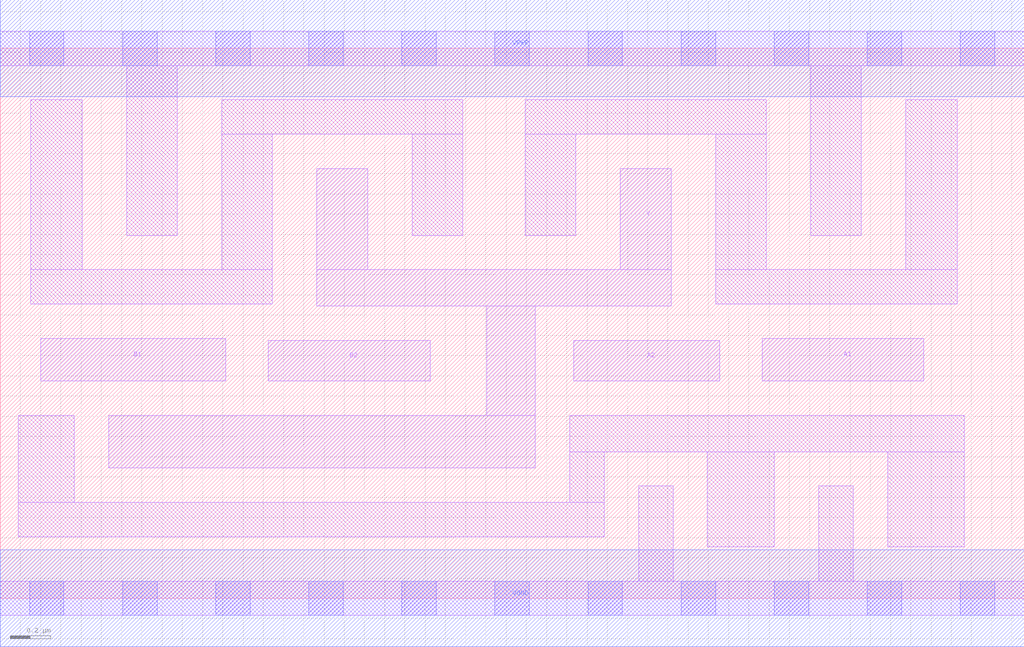
<source format=lef>
# Copyright 2020 The SkyWater PDK Authors
#
# Licensed under the Apache License, Version 2.0 (the "License");
# you may not use this file except in compliance with the License.
# You may obtain a copy of the License at
#
#     https://www.apache.org/licenses/LICENSE-2.0
#
# Unless required by applicable law or agreed to in writing, software
# distributed under the License is distributed on an "AS IS" BASIS,
# WITHOUT WARRANTIES OR CONDITIONS OF ANY KIND, either express or implied.
# See the License for the specific language governing permissions and
# limitations under the License.
#
# SPDX-License-Identifier: Apache-2.0

VERSION 5.7 ;
  NAMESCASESENSITIVE ON ;
  NOWIREEXTENSIONATPIN ON ;
  DIVIDERCHAR "/" ;
  BUSBITCHARS "[]" ;
UNITS
  DATABASE MICRONS 200 ;
END UNITS
PROPERTYDEFINITIONS
  MACRO maskLayoutSubType STRING ;
  MACRO prCellType STRING ;
  MACRO originalViewName STRING ;
END PROPERTYDEFINITIONS
MACRO sky130_fd_sc_hdll__o22ai_2
  CLASS CORE ;
  FOREIGN sky130_fd_sc_hdll__o22ai_2 ;
  ORIGIN  0.000000  0.000000 ;
  SIZE  5.060000 BY  2.720000 ;
  SYMMETRY X Y R90 ;
  SITE unithd ;
  PIN A1
    ANTENNAGATEAREA  0.555000 ;
    DIRECTION INPUT ;
    USE SIGNAL ;
    PORT
      LAYER li1 ;
        RECT 3.765000 1.075000 4.565000 1.285000 ;
    END
  END A1
  PIN A2
    ANTENNAGATEAREA  0.555000 ;
    DIRECTION INPUT ;
    USE SIGNAL ;
    PORT
      LAYER li1 ;
        RECT 2.835000 1.075000 3.555000 1.275000 ;
    END
  END A2
  PIN B1
    ANTENNAGATEAREA  0.555000 ;
    DIRECTION INPUT ;
    USE SIGNAL ;
    PORT
      LAYER li1 ;
        RECT 0.200000 1.075000 1.115000 1.285000 ;
    END
  END B1
  PIN B2
    ANTENNAGATEAREA  0.555000 ;
    DIRECTION INPUT ;
    USE SIGNAL ;
    PORT
      LAYER li1 ;
        RECT 1.325000 1.075000 2.125000 1.275000 ;
    END
  END B2
  PIN VGND
    ANTENNADIFFAREA  0.481000 ;
    DIRECTION INOUT ;
    USE SIGNAL ;
    PORT
      LAYER met1 ;
        RECT 0.000000 -0.240000 5.060000 0.240000 ;
    END
  END VGND
  PIN VPWR
    ANTENNADIFFAREA  0.580000 ;
    DIRECTION INOUT ;
    USE SIGNAL ;
    PORT
      LAYER met1 ;
        RECT 0.000000 2.480000 5.060000 2.960000 ;
    END
  END VPWR
  PIN Y
    ANTENNADIFFAREA  1.061000 ;
    DIRECTION OUTPUT ;
    USE SIGNAL ;
    PORT
      LAYER li1 ;
        RECT 0.535000 0.645000 2.645000 0.905000 ;
        RECT 1.565000 1.445000 3.315000 1.625000 ;
        RECT 1.565000 1.625000 1.815000 2.125000 ;
        RECT 2.405000 0.905000 2.645000 1.445000 ;
        RECT 3.065000 1.625000 3.315000 2.125000 ;
    END
  END Y
  OBS
    LAYER li1 ;
      RECT 0.000000 -0.085000 5.060000 0.085000 ;
      RECT 0.000000  2.635000 5.060000 2.805000 ;
      RECT 0.090000  0.305000 2.985000 0.475000 ;
      RECT 0.090000  0.475000 0.365000 0.905000 ;
      RECT 0.150000  1.455000 1.345000 1.625000 ;
      RECT 0.150000  1.625000 0.405000 2.465000 ;
      RECT 0.625000  1.795000 0.875000 2.635000 ;
      RECT 1.095000  1.625000 1.345000 2.295000 ;
      RECT 1.095000  2.295000 2.285000 2.465000 ;
      RECT 2.035000  1.795000 2.285000 2.295000 ;
      RECT 2.595000  1.795000 2.845000 2.295000 ;
      RECT 2.595000  2.295000 3.785000 2.465000 ;
      RECT 2.815000  0.475000 2.985000 0.725000 ;
      RECT 2.815000  0.725000 4.765000 0.905000 ;
      RECT 3.155000  0.085000 3.325000 0.555000 ;
      RECT 3.495000  0.255000 3.825000 0.725000 ;
      RECT 3.535000  1.455000 4.730000 1.625000 ;
      RECT 3.535000  1.625000 3.785000 2.295000 ;
      RECT 4.005000  1.795000 4.255000 2.635000 ;
      RECT 4.045000  0.085000 4.215000 0.555000 ;
      RECT 4.385000  0.255000 4.765000 0.725000 ;
      RECT 4.475000  1.625000 4.730000 2.465000 ;
    LAYER mcon ;
      RECT 0.145000 -0.085000 0.315000 0.085000 ;
      RECT 0.145000  2.635000 0.315000 2.805000 ;
      RECT 0.605000 -0.085000 0.775000 0.085000 ;
      RECT 0.605000  2.635000 0.775000 2.805000 ;
      RECT 1.065000 -0.085000 1.235000 0.085000 ;
      RECT 1.065000  2.635000 1.235000 2.805000 ;
      RECT 1.525000 -0.085000 1.695000 0.085000 ;
      RECT 1.525000  2.635000 1.695000 2.805000 ;
      RECT 1.985000 -0.085000 2.155000 0.085000 ;
      RECT 1.985000  2.635000 2.155000 2.805000 ;
      RECT 2.445000 -0.085000 2.615000 0.085000 ;
      RECT 2.445000  2.635000 2.615000 2.805000 ;
      RECT 2.905000 -0.085000 3.075000 0.085000 ;
      RECT 2.905000  2.635000 3.075000 2.805000 ;
      RECT 3.365000 -0.085000 3.535000 0.085000 ;
      RECT 3.365000  2.635000 3.535000 2.805000 ;
      RECT 3.825000 -0.085000 3.995000 0.085000 ;
      RECT 3.825000  2.635000 3.995000 2.805000 ;
      RECT 4.285000 -0.085000 4.455000 0.085000 ;
      RECT 4.285000  2.635000 4.455000 2.805000 ;
      RECT 4.745000 -0.085000 4.915000 0.085000 ;
      RECT 4.745000  2.635000 4.915000 2.805000 ;
  END
  PROPERTY maskLayoutSubType "abstract" ;
  PROPERTY prCellType "standard" ;
  PROPERTY originalViewName "layout" ;
END sky130_fd_sc_hdll__o22ai_2

</source>
